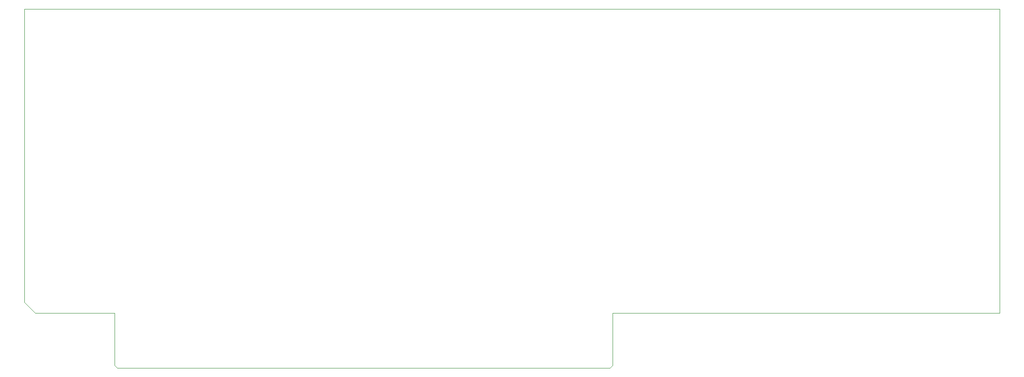
<source format=gbr>
G04 #@! TF.GenerationSoftware,KiCad,Pcbnew,(5.1.8)-1*
G04 #@! TF.CreationDate,2021-03-23T17:38:41+09:00*
G04 #@! TF.ProjectId,EX_MEM_AND_FM,45585f4d-454d-45f4-914e-445f464d2e6b,0.1*
G04 #@! TF.SameCoordinates,PX120bdf8PY82ed558*
G04 #@! TF.FileFunction,Profile,NP*
%FSLAX46Y46*%
G04 Gerber Fmt 4.6, Leading zero omitted, Abs format (unit mm)*
G04 Created by KiCad (PCBNEW (5.1.8)-1) date 2021-03-23 17:38:41*
%MOMM*%
%LPD*%
G01*
G04 APERTURE LIST*
G04 #@! TA.AperFunction,Profile*
%ADD10C,0.050000*%
G04 #@! TD*
G04 APERTURE END LIST*
D10*
X0Y12319000D02*
X2032000Y10287000D01*
X16891000Y508000D02*
X17399000Y0D01*
X0Y12319000D02*
X0Y67437000D01*
X16891000Y10287000D02*
X2032000Y10287000D01*
X183007000Y67437000D02*
X0Y67437000D01*
X183007000Y10287000D02*
X183007000Y67437000D01*
X110363000Y10287000D02*
X183007000Y10287000D01*
X110363000Y508000D02*
X110363000Y10287000D01*
X109855000Y0D02*
X110363000Y508000D01*
X17399000Y0D02*
X109855000Y0D01*
X16891000Y10287000D02*
X16891000Y508000D01*
M02*

</source>
